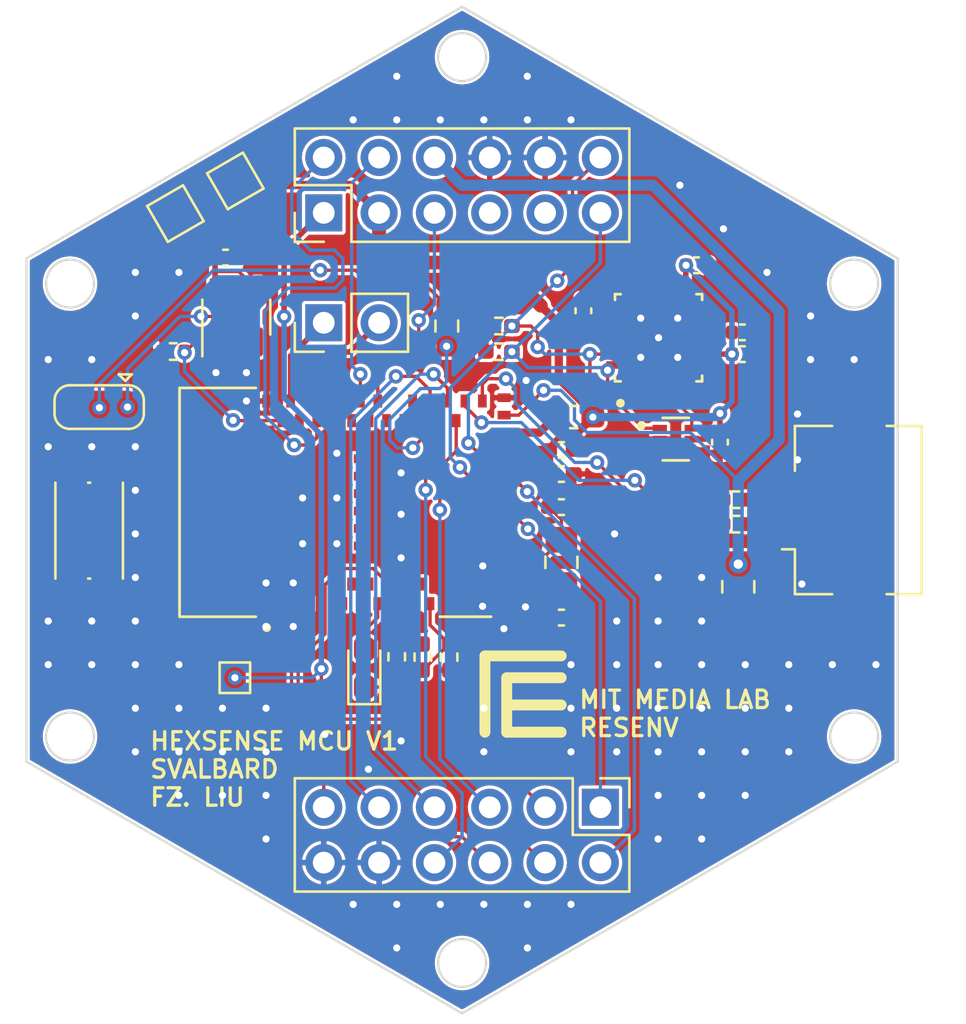
<source format=kicad_pcb>
(kicad_pcb (version 20211014) (generator pcbnew)
  (layers (0 "F.Cu" signal) (31 "B.Cu" signal) (34 "B.Paste" user) (35 "F.Paste" user) (36 "B.SilkS" user "B.Silkscreen") (37 "F.SilkS" user "F.Silkscreen") (38 "B.Mask" user) (39 "F.Mask" user) (44 "Edge.Cuts" user))
  (net 0 "")
  (net 1 "GND")
  (net 2 "VCC")
  (net 3 "Net-(C2-Pad2)")
  (net 4 "Net-(C4-Pad2)")
  (net 5 "Net-(C7-Pad2)")
  (net 6 "Net-(C8-Pad2)")
  (net 7 "+5V")
  (net 8 "Net-(D1-Pad1)")
  (net 9 "/LED1")
  (net 10 "/VBAT")
  (net 11 "/A3")
  (net 12 "/D9")
  (net 13 "/D5")
  (net 14 "/A4")
  (net 15 "/A0")
  (net 16 "/SDA")
  (net 17 "/SCL")
  (net 18 "/A1")
  (net 19 "/MOSI")
  (net 20 "/D11")
  (net 21 "/MISO")
  (net 22 "/D6")
  (net 23 "/SCK")
  (net 24 "/D2")
  (net 25 "/~{CS}")
  (net 26 "/D12")
  (net 27 "Net-(J3-Pad2)")
  (net 28 "Net-(J3-Pad3)")
  (net 30 "/SWDCLK")
  (net 31 "/SWDIO")
  (net 32 "/~{RESET}")
  (net 33 "Net-(JP1-Pad1)")
  (net 34 "Net-(JP1-Pad3)")
  (net 35 "Net-(L1-Pad2)")
  (net 36 "Net-(R3-Pad1)")
  (net 37 "/USB+")
  (net 38 "/USB-")
  (net 39 "/A5")
  (net 40 "/D10")
  (net 41 "/A2")
  (net 57 "/LED2")
  (net 71 "/~{EN}")
  (net 80 "/VBAT_OK")
  (net 82 "/D13")
  (net 85 "/~{I2C_RESET}")
  (footprint "Connector_PinHeader_2.54mm:PinHeader_1x02_P2.54mm_Vertical" (layer "F.Cu") (at 143.81 91.51 90)
    (fp_text reference "J4" hide)
    (fp_text value "Programmer")
  )
  (footprint "Mylib:IC_MPU6050" (layer "F.Cu") (at 159.18 92.1975 90)
    (fp_text reference "U1" hide)
    (fp_text value "MPU6050")
  )
  (footprint "Inductor_SMD:L_0603_1608Metric_Pad1.05x0.95mm_HandSolder" (layer "F.Cu") (at 155.29 95.84 180)
    (fp_text reference "L1" hide)
    (fp_text value "10uH")
  )
  (footprint "Capacitor_SMD:C_0402_1005Metric_Pad0.74x0.62mm_HandSolder" (layer "F.Cu") (at 154.72 97.35 180)
    (fp_text reference "C5" hide)
    (fp_text value "10uF")
  )
  (footprint "Capacitor_SMD:C_0402_1005Metric" (layer "F.Cu") (at 160.92 88.87 180)
    (fp_text reference "C1" hide)
    (fp_text value "0.1uF")
  )
  (footprint "Capacitor_SMD:C_0402_1005Metric_Pad0.74x0.62mm_HandSolder" (layer "F.Cu") (at 154.72 105.04 180)
    (fp_text reference "C2" hide)
    (fp_text value "22pF")
  )
  (footprint "Resistor_SMD:R_0402_1005Metric_Pad0.72x0.64mm_HandSolder" (layer "F.Cu") (at 147.16 106.838621 90)
    (fp_text reference "R11" hide)
    (fp_text value "120")
  )
  (footprint "Resistor_SMD:R_0402_1005Metric_Pad0.72x0.64mm_HandSolder" (layer "F.Cu") (at 162.72 100.75)
    (fp_text reference "R6" hide)
    (fp_text value "27")
  )
  (footprint "TestPoint:TestPoint_Pad_1.0x1.0mm" (layer "F.Cu") (at 139.73 107.8)
    (fp_text reference "TP3" hide)
    (fp_text value "BAT_TP")
  )
  (footprint "LED_SMD:LED_0603_1608Metric_Pad1.05x0.95mm_HandSolder" (layer "F.Cu") (at 145.67 107.353621 90)
    (fp_text reference "D1" hide)
    (fp_text value "RED")
  )
  (footprint "Connector_PinHeader_2.54mm:PinHeader_2x06_P2.54mm_Vertical" (layer "F.Cu") (at 143.81 86.465599 90)
    (fp_text reference "J1" hide)
    (fp_text value "Conn_02x06_Odd_Even" hide)
  )
  (footprint "Resistor_SMD:R_0402_1005Metric_Pad0.72x0.64mm_HandSolder" (layer "F.Cu") (at 151.85 91.66 180)
    (fp_text reference "R2" hide)
    (fp_text value "4.7K")
  )
  (footprint "Capacitor_SMD:C_0805_2012Metric_Pad1.18x1.45mm_HandSolder" (layer "F.Cu") (at 162.84 103.62461 -90)
    (fp_text reference "C9" hide)
    (fp_text value "47uF")
  )
  (footprint "Package_TO_SOT_SMD:SOT-23-8" (layer "F.Cu") (at 139.795 91.25 90)
    (fp_text reference "U3" hide)
    (fp_text value "MAX6372")
  )
  (footprint "Connector_PinHeader_2.54mm:PinHeader_2x06_P2.54mm_Vertical" (layer "F.Cu") (at 156.51 113.743621 -90)
    (fp_text reference "J2" hide)
    (fp_text value "Conn_02x06_Odd_Even")
  )
  (footprint "Resistor_SMD:R_0402_1005Metric" (layer "F.Cu") (at 136.9 92.83 180)
    (fp_text reference "R4" hide)
    (fp_text value "10K")
  )
  (footprint "Capacitor_SMD:C_0805_2012Metric_Pad1.18x1.45mm_HandSolder" (layer "F.Cu") (at 154.72 102.505 -90)
    (fp_text reference "Y1" hide)
    (fp_text value "32.768kHz")
  )
  (footprint "Capacitor_SMD:C_0402_1005Metric" (layer "F.Cu") (at 163.03 92.95 180)
    (fp_text reference "C3" hide)
    (fp_text value "10000pF")
  )
  (footprint "Capacitor_SMD:C_0402_1005Metric" (layer "F.Cu") (at 163.03 91.95 180)
    (fp_text reference "C7" hide)
    (fp_text value "0.1uF")
  )
  (footprint "Resistor_SMD:R_0603_1608Metric_Pad0.98x0.95mm_HandSolder" (layer "F.Cu") (at 149.46 91.66 90)
    (fp_text reference "R3" hide)
    (fp_text value "4.7K")
  )
  (footprint "Mylib:XCVR_MDBT50Q-1MV2" (layer "F.Cu") (at 144.939995 99.749991 90)
    (fp_text reference "U2" hide)
    (fp_text value "MDBT50Q-1MV2")
  )
  (footprint "Capacitor_SMD:C_0402_1005Metric_Pad0.74x0.62mm_HandSolder" (layer "F.Cu") (at 154.72 98.45 180)
    (fp_text reference "C6" hide)
    (fp_text value "10uF")
  )
  (footprint "Button_Switch_SMD:SW_Push_1P1T_NO_CK_KMR2" (layer "F.Cu") (at 133.04 101.048621 90)
    (fp_text reference "SW1" hide)
    (fp_text value "SW_Push")
  )
  (footprint "Capacitor_SMD:C_0402_1005Metric" (layer "F.Cu") (at 139.3 88.52)
    (fp_text reference "C10" hide)
    (fp_text value "0.1uF")
  )
  (footprint "Jumper:SolderJumper-3_P1.3mm_Open_RoundedPad1.0x1.5mm" (layer "F.Cu") (at 133.5 95.378621 180)
    (fp_text reference "JP1" hide)
    (fp_text value "RST Jumper")
  )
  (footprint "TestPoint:TestPoint_Pad_1.5x1.5mm" (layer "F.Cu") (at 137 86.5 30)
    (fp_text reference "TP2" hide)
    (fp_text value "GND_TP")
  )
  (footprint "Capacitor_SMD:C_0402_1005Metric" (layer "F.Cu") (at 162 96.99 -90)
    (fp_text reference "C11" hide)
    (fp_text value "0.1uF")
  )
  (footprint "Resistor_SMD:R_0402_1005Metric_Pad0.72x0.64mm_HandSolder" (layer "F.Cu") (at 162.72 99.63)
    (fp_text reference "R5" hide)
    (fp_text value "27")
  )
  (footprint "Capacitor_SMD:C_0402_1005Metric" (layer "F.Cu") (at 155.73 90.96 -90)
    (fp_text reference "C8" hide)
    (fp_text value "2200pF")
  )
  (footprint "Resistor_SMD:R_0402_1005Metric_Pad0.72x0.64mm_HandSolder" (layer "F.Cu") (at 151.85 92.84 180)
    (fp_text reference "R1" hide)
    (fp_text value "4.7K")
  )
  (footprint "TestPoint:TestPoint_Pad_1.5x1.5mm" (layer "F.Cu") (at 139.75 85 30)
    (fp_text reference "TP1" hide)
    (fp_text value "VCC_TP")
  )
  (footprint "Capacitor_SMD:C_0402_1005Metric_Pad0.74x0.62mm_HandSolder" (layer "F.Cu") (at 154.72 99.97 180)
    (fp_text reference "C4" hide)
    (fp_text value "22pF")
  )
  (footprint "Resistor_SMD:R_0402_1005Metric_Pad0.72x0.64mm_HandSolder" (layer "F.Cu") (at 149.564 106.8525 -90)
    (fp_text reference "R8" hide)
    (fp_text value "499K")
  )
  (footprint "Resistor_SMD:R_0402_1005Metric_Pad0.72x0.64mm_HandSolder" (layer "F.Cu") (at 148.36 106.8525 -90)
    (fp_text reference "R7" hide)
    (fp_text value "499K")
  )
  (footprint "Connector_USB:USB_Micro-B_Amphenol_10104110_Horizontal" (layer "F.Cu") (at 167.1 100.10461 90)
    (fp_text reference "J3" hide)
    (fp_text value "USB_B_Micro")
  )
  (footprint "Mylib:SOT50P160X60-6N" (layer "F.Cu") (at 159.97 96.85)
    (fp_text reference "IC1" hide)
    (fp_text value "TMP112NAIDRLR")
  )
  (gr_line (start 154.71 106.798621) (end 151.21 106.798621) (layer "F.SilkS") (width 0.5))
  (gr_line (start 152.21 109.048621) (end 154.71 109.048621) (layer "F.SilkS") (width 0.5))
  (gr_line (start 152.21 107.798621) (end 152.21 110.298621) (layer "F.SilkS") (width 0.5))
  (gr_line (start 152.21 110.298621) (end 154.71 110.298621) (layer "F.SilkS") (width 0.5))
  (gr_line (start 151.21 106.798621) (end 151.21 110.298621) (layer "F.SilkS") (width 0.5))
  (gr_line (start 154.71 107.798621) (end 152.21 107.798621) (layer "F.SilkS") (width 0.5))
  (gr_line (start 130.16 88.557605) (end 130.16 111.651615) (layer "Edge.Cuts") (width 0.1))
  (gr_circle (center 168.16 110.496915) (end 169.26 110.496915) (layer "Edge.Cuts") (width 0.1) (fill none))
  (gr_line (start 130.16 111.651615) (end 150.16 123.198621) (layer "Edge.Cuts") (width 0.1))
  (gr_circle (center 168.16 89.712305) (end 169.26 89.712305) (layer "Edge.Cuts") (width 0.1) (fill none))
  (gr_circle (center 132.16 89.712305) (end 133.26 89.712305) (layer "Edge.Cuts") (width 0.1) (fill none))
  (gr_line (start 150.16 77.010599) (end 130.16 88.557605) (layer "Edge.Cuts") (width 0.1))
  (gr_line (start 170.16 88.557605) (end 150.16 77.010599) (layer "Edge.Cuts") (width 0.1))
  (gr_circle (center 150.16 79.32) (end 151.26 79.32) (layer "Edge.Cuts") (width 0.1) (fill none))
  (gr_circle (center 150.16 120.88922) (end 151.26 120.88922) (layer "Edge.Cuts") (width 0.1) (fill none))
  (gr_line (start 170.16 111.651615) (end 170.16 88.557605) (layer "Edge.Cuts") (width 0.1))
  (gr_line (start 150.16 123.198621) (end 170.16 111.651615) (layer "Edge.Cuts") (width 0.1))
  (gr_circle (center 132.16 110.496915) (end 133.26 110.496915) (layer "Edge.Cuts") (width 0.1) (fill none))
  (gr_text "HEXSENSE MCU V1\nSVALBARD\nFZ. LIU" (at 135.76 111.998621) (layer "F.SilkS") (effects (font (size 0.8 0.8)) (justify left)))
  (gr_text "MIT MEDIA LAB\nRESENV" (at 155.46 109.448621) (layer "F.SilkS") (effects (font (size 0.8 0.8)) (justify left)))
  (segment (start 161.155 92.4475) (end 159.43 92.4475) (width 0.254) (layer "F.Cu") (net 1))
  (segment (start 160.208879 91.4475) (end 160.06 91.298621) (width 0.254) (layer "F.Cu") (net 1))
  (segment (start 159.43 92.4475) (end 159.18 92.1975) (width 0.254) (layer "F.Cu") (net 1))
  (segment (start 161.155 91.4475) (end 160.208879 91.4475) (width 0.254) (layer "F.Cu") (net 1))
  (via (at 135.16 107.198621) (size 0.6604) (drill 0.3302) (layers "F.Cu" "B.Cu") (net 1))
  (via (at 159.16 111.198621) (size 0.6604) (drill 0.3302) (layers "F.Cu" "B.Cu") (net 1))
  (via (at 153.07 104.548621) (size 0.6604) (drill 0.3302) (layers "F.Cu" "B.Cu") (net 1))
  (via (at 159.18 92.1975) (size 0.6604) (drill 0.3302) (layers "F.Cu" "B.Cu") (net 1))
  (via (at 144.41 97.498621) (size 0.6604) (drill 0.3302) (layers "F.Cu" "B.Cu") (net 1))
  (via (at 135.16 101.198621) (size 0.6604) (drill 0.3302) (layers "F.Cu" "B.Cu") (net 1))
  (via (at 151.16 82.198621) (size 0.6604) (drill 0.3302) (layers "F.Cu" "B.Cu") (net 1))
  (via (at 159.16 107.198621) (size 0.6604) (drill 0.3302) (layers "F.Cu" "B.Cu") (net 1))
  (via (at 133.16 107.198621) (size 0.6604) (drill 0.3302) (layers "F.Cu" "B.Cu") (net 1))
  (via (at 161.16 109.198621) (size 0.6604) (drill 0.3302) (layers "F.Cu" "B.Cu") (net 1))
  (via (at 149.16 118.198621) (size 0.6604) (drill 0.3302) (layers "F.Cu" "B.Cu") (net 1))
  (via (at 142.41 103.448621) (size 0.6604) (drill 0.3302) (layers "F.Cu" "B.Cu") (net 1))
  (via (at 163.16 107.198621) (size 0.6604) (drill 0.3302) (layers "F.Cu" "B.Cu") (net 1))
  (via (at 139.16 109.198621) (size 0.6604) (drill 0.3302) (layers "F.Cu" "B.Cu") (net 1))
  (via (at 133.16 93.198621) (size 0.6604) (drill 0.3302) (layers "F.Cu" "B.Cu") (net 1))
  (via (at 157.16 101.198621) (size 0.6604) (drill 0.3302) (layers "F.Cu" "B.Cu") (net 1))
  (via (at 163.16 113.198621) (size 0.6604) (drill 0.3302) (layers "F.Cu" "B.Cu") (net 1))
  (via (at 157.26 107.198621) (size 0.6604) (drill 0.3302) (layers "F.Cu" "B.Cu") (net 1))
  (via (at 158.36 93.098621) (size 0.6604) (drill 0.3302) (layers "F.Cu" "B.Cu") (net 1))
  (via (at 163.16 111.198621) (size 0.6604) (drill 0.3302) (layers "F.Cu" "B.Cu") (net 1))
  (via (at 163.16 109.198621) (size 0.6604) (drill 0.3302) (layers "F.Cu" "B.Cu") (net 1))
  (via (at 155.16 107.198621) (size 0.6604) (drill 0.3302) (layers "F.Cu" "B.Cu") (net 1))
  (via (at 147.36 110.698621) (size 0.6604) (drill 0.3302) (layers "F.Cu" "B.Cu") (net 1))
  (via (at 143.86 110.398621) (size 0.6604) (drill 0.3302) (layers "F.Cu" "B.Cu") (net 1))
  (via (at 152.08 105.548621) (size 0.6604) (drill 0.3302) (layers "F.Cu" "B.Cu") (net 1))
  (via (at 147.36 98.398621) (size 0.6604) (drill 0.3302) (layers "F.Cu" "B.Cu") (net 1))
  (via (at 161.16 107.198621) (size 0.6604) (drill 0.3302) (layers "F.Cu" "B.Cu") (net 1))
  (via (at 159.16 115.198621) (size 0.6604) (drill 0.3302) (layers "F.Cu" "B.Cu") (net 1))
  (via (at 155.16 118.198621) (size 0.6604) (drill 0.3302) (layers "F.Cu" "B.Cu") (net 1))
  (via (at 135.16 105.198621) (size 0.6604) (drill 0.3302) (layers "F.Cu" "B.Cu") (net 1))
  (via (at 153.1543 80.19862) (size 0.6604) (drill 0.3302) (layers "F.Cu" "B.Cu") (net 1))
  (via (at 165.16 111.198621) (size 0.6604) (drill 0.3302) (layers "F.Cu" "B.Cu") (net 1))
  (via (at 131.16 107.198621) (size 0.6604) (drill 0.3302) (layers "F.Cu" "B.Cu") (net 1))
  (via (at 149.16 82.198621) (size 0.6604) (drill 0.3302) (layers "F.Cu" "B.Cu") (net 1))
  (via (at 141.16 103.448621) (size 0.6604) (drill 0.3302) (layers "F.Cu" "B.Cu") (net 1))
  (via (at 159.16 103.198621) (size 0.6604) (drill 0.3302) (layers "F.Cu" "B.Cu") (net 1))
  (via (at 160.06 91.298621) (size 0.6604) (drill 0.3302) (layers "F.Cu" "B.Cu") (net 1))
  (via (at 140.26 95.098621) (size 0.6604) (drill 0.3302) (layers "F.Cu" "B.Cu") (net 1))
  (via (at 151.16 109.198621) (size 0.6604) (drill 0.3302) (layers "F.Cu" "B.Cu") (net 1))
  (via (at 141.16 111.198621) (size 0.6604) (drill 0.3302) (layers "F.Cu" "B.Cu") (net 1))
  (via (at 153.1 94.158621) (size 0.6604) (drill 0.3302) (layers "F.Cu" "B.Cu") (net 1))
  (via (at 165.16 109.198621) (size 0.6604) (drill 0.3302) (layers "F.Cu" "B.Cu") (net 1))
  (via (at 147.16 118.198621) (size 0.6604) (drill 0.3302) (layers "F.Cu" "B.Cu") (net 1))
  (via (at 169.16 107.198621) (size 0.6604) (drill 0.3302) (layers "F.Cu" "B.Cu") (net 1))
  (via (at 137.16 113.198621) (size 0.6604) (drill 0.3302) (layers "F.Cu" "B.Cu") (net 1))
  (via (at 147.36 100.298621) (size 0.6604) (drill 0.3302) (layers "F.Cu" "B.Cu") (net 1))
  (via (at 135.16 111.198621) (size 0.6604) (drill 0.3302) (layers "F.Cu" "B.Cu") (net 1))
  (via (at 131.16 105.198621) (size 0.6604) (drill 0.3302) (layers "F.Cu" "B.Cu") (net 1))
  (via (at 142.84 101.648621) (size 0.6604) (drill 0.3302) (layers "F.Cu" "B.Cu") (net 1))
  (via (at 147.16 80.198621) (size 0.6604) (drill 0.3302) (layers "F.Cu" "B.Cu") (net 1))
  (via (at 137.16 111.198621) (size 0.6604) (drill 0.3302) (layers "F.Cu" "B.Cu") (net 1))
  (via (at 158.36 91.298621) (size 0.6604) (drill 0.3302) (layers "F.Cu" "B.Cu") (net 1))
  (via (at 142.41 105.448621) (size 0.6604) (drill 0.3302) (layers "F.Cu" "B.Cu") (net 1))
  (via (at 155.16 111.198621) (size 0.6604) (drill 0.3302) (layers "F.Cu" "B.Cu") (net 1))
  (via (at 161.16 103.198621) (size 0.6604) (drill 0.3302) (layers "F.Cu" "B.Cu") (net 1))
  (via (at 157.26 109.198621) (size 0.6604) (drill 0.3302) (layers "F.Cu" "B.Cu") (net 1))
  (via (at 161.16 115.198621) (size 0.6604) (drill 0.3302) (layers "F.Cu" "B.Cu") (net 1))
  (via (at 160.06 93.098621) (size 0.6604) (drill 0.3302) (layers "F.Cu" "B.Cu") (net 1))
  (via (at 144.41 99.548621) (size 0.6604) (drill 0.3302) (layers "F.Cu" "B.Cu") (net 1))
  (via (at 159.16 105.198621) (size 0.6604) (drill 0.3302) (layers "F.Cu" "B.Cu") (net 1))
  (via (at 153.16 120.198621) (size 0.6604) (drill 0.3302) (layers "F.Cu" "B.Cu") (net 1))
  (via (at 159.16 109.198621) (size 0.6604) (drill 0.3302) (layers "F.Cu" "B.Cu") (net 1))
  (via (at 133.16 105.198621) (size 0.6604) (drill 0.3302) (layers "F.Cu" "B.Cu") (net 1))
  (via (at 167.16 107.198621) (size 0.6604) (drill 0.3302) (layers "F.Cu" "B.Cu") (net 1))
  (via (at 166.16 93.198621) (size 0.6604) (drill 0.3302) (layers "F.Cu" "B.Cu") (net 1))
  (via (at 135.16 89.198621) (size 0.6604) (drill 0.3302) (layers "F.Cu" "B.Cu") (net 1))
  (via (at 147.36 102.298621) (size 0.6604) (drill 0.3302) (layers "F.Cu" "B.Cu") (net 1))
  (via (at 144.41 101.648621) (size 0.6604) (drill 0.3302) (layers "F.Cu" "B.Cu") (net 1))
  (via (at 131.16 97.198621) (size 0.6604) (drill 0.3302) (layers "F.Cu" "B.Cu") (net 1))
  (via (at 141.16 115.198621) (size 0.6604) (drill 0.3302) (layers "F.Cu" "B.Cu") (net 1))
  (via (at 153.16 118.198621) (size 0.6604) (drill 0.3302) (layers "F.Cu" "B.Cu") (net 1))
  (via (at 137.16 109.198621) (size 0.6604) (drill 0.3302) (layers "F.Cu" "B.Cu") (net 1))
  (via (at 151.1 104.518621) (size 0.6604) (drill 0.3302) (layers "F.Cu" "B.Cu") (net 1))
  (via (at 159.16 113.198621) (size 0.6604) (drill 0.3302) (layers "F.Cu" "B.Cu") (net 1))
  (via (at 168.16 93.198621) (size 0.6604) (drill 0.3302) (layers "F.Cu" "B.Cu") (net 1))
  (via (at 151.16 111.198621) (size 0.6604) (drill 0.3302) (layers "F.Cu" "B.Cu") (net 1))
  (via (at 141.16 109.198621) (size 0.6604) (drill 0.3302) (layers "F.Cu" "B.Cu") (net 1))
  (via (at 147.16 120.198621) (size 0.6604) (drill 0.3302) (layers "F.Cu" "B.Cu") (net 1))
  (via (at 164.16 89.198621) (size 0.6604) (drill 0.3302) (layers "F.Cu" "B.Cu") (net 1))
  (via (at 151.16 118.198621) (size 0.6604) (drill 0.3302) (layers "F.Cu" "B.Cu") (net 1))
  (via (at 131.16 93.198621) (size 0.6604) (drill 0.3302) (layers "F.Cu" "B.Cu") (net 1))
  (via (at 165.56 95.698621) (size 0.6604) (drill 0.3302) (layers "F.Cu" "B.Cu") (net 1))
  (via (at 145.16 82.198621) (size 0.6604) (drill 0.3302) (layers "F.Cu" "B.Cu") (net 1))
  (via (at 145.16 118.198621) (size 0.6604) (drill 0.3302) (layers "F.Cu" "B.Cu") (net 1))
  (via (at 151.11 102.668621) (size 0.6604) (drill 0.3302) (layers "F.Cu" "B.Cu") (net 1))
  (via (at 137.16 107.198621) (size 0.6604) (drill 0.3302) (layers "F.Cu" "B.Cu") (net 1))
  (via (at 162.16 87.198621) (size 0.6604) (drill 0.3302) (layers "F.Cu" "B.Cu") (net 1))
  (via (at 135.16 91.198621) (size 0.6604) (drill 0.3302) (layers "F.Cu" "B.Cu") (net 1))
  (via (at 161.16 111.198621) (size 0.6604) (drill 0.3302) (layers "F.Cu" "B.Cu") (net 1))
  (via (at 166.16 91.198621) (size 0.6604) (drill 0.3302) (layers "F.Cu" "B.Cu") (net 1))
  (via (at 139.16 113.198621) (size 0.6604) (drill 0.3302) (layers "F.Cu" "B.Cu") (net 1))
  (via (at 141.16 105.448621) (size 0.6604) (drill 0.3302) (layers "F.Cu" "B.Cu") (net 1))
  (via (at 165.76 103.498621) (size 0.6604) (drill 0.3302) (layers "F.Cu" "B.Cu") (net 1))
  (via (at 145.86 111.998621) (size 0.6604) (drill 0.3302) (layers "F.Cu" "B.Cu") (net 1))
  (via (at 137.16 89.198621) (size 0.6604) (drill 0.3302) (layers "F.Cu" "B.Cu") (net 1))
  (via (at 157.26 105.198621) (size 0.6604) (drill 0.3302) (layers "F.Cu" "B.Cu") (net 1))
  (via (at 135.16 99.198621) (size 0.6604) (drill 0.3302) (layers "F.Cu" "B.Cu") (net 1))
  (via (at 155.16 109.198621) (size 0.6604) (drill 0.3302) (layers "F.Cu" "B.Cu") (net 1))
  (via (at 135.16 109.198621) (size 0.6604) (drill 0.3302) (layers "F.Cu" "B.Cu") (net 1))
  (via (at 140.26 93.798621) (size 0.6604) (drill 0.3302) (layers "F.Cu" "B.Cu") (net 1))
  (via (at 153.16 82.198621) (size 0.6604) (drill 0.3302) (layers "F.Cu" "B.Cu") (net 1))
  (via (at 135.16 97.198621) (size 0.6604) (drill 0.3302) (layers "F.Cu" "B.Cu") (net 1))
  (via (at 165.56 97.798621) (size 0.6604) (drill 0.3302) (layers "F.Cu" "B.Cu") (net 1))
  (via (at 142.84 99.548621) (size 0.6604) (drill 0.3302) (layers "F.Cu" "B.Cu") (net 1))
  (via (at 135.16 103.198621) (size 0.6604) (drill 0.3302) (layers "F.Cu" "B.Cu") (net 1))
  (via (at 138.86 93.798621) (size 0.6604) (drill 0.3302) (layers "F.Cu" "B.Cu") (net 1))
  (via (at 155.16 82.198621) (size 0.6604) (drill 0.3302) (layers "F.Cu" "B.Cu") (net 1))
  (via (at 147.16 82.198621) (size 0.6604) (drill 0.3302) (layers "F.Cu" "B.Cu") (net 1))
  (via (at 157.26 111.198621) (size 0.6604) (drill 0.3302) (layers "F.Cu" "B.Cu") (net 1))
  (via (at 139.16 111.198621) (size 0.6604) (drill 0.3302) (layers "F.Cu" "B.Cu") (net 1))
  (via (at 165.16 107.198621) (size 0.6604) (drill 0.3302) (layers "F.Cu" "B.Cu") (net 1))
  (via (at 141.16 113.198621) (size 0.6604) (drill 0.3302) (layers "F.Cu" "B.Cu") (net 1))
  (via (at 133.16 97.198621) (size 0.6604) (drill 0.3302) (layers "F.Cu" "B.Cu") (net 1))
  (via (at 161.16 113.198621) (size 0.6604) (drill 0.3302) (layers "F.Cu" "B.Cu") (net 1))
  (via (at 160.16 85.198621) (size 0.6604) (drill 0.3302) (layers "F.Cu" "B.Cu") (net 1))
  (via (at 161.16 105.198621) (size 0.6604) (drill 0.3302) (layers "F.Cu" "B.Cu") (net 1))
  (segment (start 154.6 91.55) (end 154.03 90.98) (width 0.381) (layer "F.Cu") (net 2))
  (segment (start 139.938621 85.188621) (end 139.75 85) (width 0.381) (layer "F.Cu") (net 2))
  (segment (start 151.798621 88.748621) (end 147.32 88.748621) (width 0.635) (layer "F.Cu") (net 2))
  (segment (start 154.1525 98.45) (end 154.1525 97.35) (width 0.381) (layer "F.Cu") (net 2))
  (segment (start 138.82 87.968621) (end 139.75 87.038621) (width 0.254) (layer "F.Cu") (net 2))
  (segment (start 154.6 91.94) (end 154.6 91.55) (width 0.381) (layer "F.Cu") (net 2))
  (segment (start 153.33 90.28) (end 151.798621 88.748621) (width 0.635) (layer "F.Cu") (net 2))
  (segment (start 156.165 95.84) (end 156.165 95.635) (width 0.381) (layer "F.Cu") (net 2))
  (segment (start 154.03 90.98) (end 153.779311 90.72931) (width 0.381) (layer "F.Cu") (net 2))
  (segment (start 152.96 90.998621) (end 153.504311 90.45431) (width 0.254) (layer "F.Cu") (net 2))
  (segment (start 154.1525 97.3075) (end 154.79 96.67) (width 0.381) (layer "F.Cu") (net 2))
  (segment (start 156.165 95.635) (end 154.69 94.16) (width 0.381) (layer "F.Cu") (net 2))
  (segment (start 153.779311 90.72931) (end 153.504311 90.45431) (width 0.635) (layer "F.Cu") (net 2))
  (segment (start 147.32 88.748621) (end 146.35 87.778621) (width 0.635) (layer "F.Cu") (net 2))
  (segment (start 140.77 90.1125) (end 140.12 90.1125) (width 0.1524) (layer "F.Cu") (net 2))
  (segment (start 160.430007 90.197508) (end 160.430007 88.88001) (width 0.254) (layer "F.Cu") (net 2))
  (segment (start 138.82 90.1125) (end 138.82 89.22) (width 0.254) (layer "F.Cu") (net 2))
  (segment (start 151.2525 91.66) (end 151.913879 90.998621) (width 0.254) (layer "F.Cu") (net 2))
  (segment (start 139.91 89.16) (end 138.88 89.16) (width 0.1524) (layer "F.Cu") (net 2))
  (segment (start 140.12 90.1125) (end 140.12 89.37) (width 0.1524) (layer "F.Cu") (net 2))
  (segment (start 139.75 87.038621) (end 139.75 85) (width 0.254) (layer "F.Cu") (net 2))
  (segment (start 138.88 89.16) (end 138.82 89.22) (width 0.1524) (layer "F.Cu") (net 2))
  (segment (start 153.504311 90.45431) (end 153.33 90.28) (width 0.635) (layer "F.Cu") (net 2))
  (segment (start 151.913879 90.998621) (end 152.96 90.998621) (width 0.254) (layer "F.Cu") (net 2))
  (segment (start 160.705 96.85) (end 161.66 96.85) (width 0.254) (layer "F.Cu") (net 2))
  (segment (start 154.1525 97.35) (end 154.1525 97.3075) (width 0.381) (layer "F.Cu") (net 2))
  (segment (start 146.35 87.778621) (end 146.35 86.385599) (width 0.635) (layer "F.Cu") (net 2))
  (segment (start 140.12 89.37) (end 139.91 89.16) (width 0.1524) (layer "F.Cu") (net 2))
  (segment (start 152.089993 98.149994) (end 152.089993 97.349996) (width 0.381) (layer "F.Cu") (net 2))
  (segment (start 160.43 88.88) (end 160.44 88.87) (width 0.254) (layer "F.Cu") (net 2))
  (segment (start 140.77 92.3875) (end 140.77 90.1125) (width 0.1524) (layer "F.Cu") (net 2))
  (segment (start 151.2525 92.84) (end 151.2525 91.66) (width 0.254) (layer "F.Cu") (net 2))
  (segment (start 154.69 94.16) (end 154.6 94.07) (width 0.381) (layer "F.Cu") (net 2))
  (segment (start 162.5475 92.9475) (end 162.55 92.95) (width 0.254) (layer "F.Cu") (net 2))
  (segment (start 161.66 96.85) (end 162 96.51) (width 0.254) (layer "F.Cu") (net 2))
  (segment (start 162 96.51) (end 162 95.668621) (width 0.254) (layer "F.Cu") (net 2))
  (segment (start 138.82 88.52) (end 138.82 87.968621) (width 0.254) (layer "F.Cu") (net 2))
  (segment (start 154.6 94.07) (end 154.6 91.94) (width 0.381) (layer "F.Cu") (net 2))
  (segment (start 161.155 92.9475) (end 162.5475 92.9475) (width 0.254) (layer "F.Cu") (net 2))
  (segment (start 152.09 97.35) (end 154.1525 97.35) (width 0.381) (layer "F.Cu") (net 2))
  (segment (start 138.82 89.22) (end 138.82 88.52) (width 0.254) (layer "F.Cu") (net 2))
  (segment (start 155.335 96.67) (end 156.165 95.84) (width 0.381) (layer "F.Cu") (net 2))
  (segment (start 154.79 96.67) (end 155.335 96.67) (width 0.381) (layer "F.Cu") (net 2))
  (segment (start 145.065 85.188621) (end 139.938621 85.188621) (width 0.381) (layer "F.Cu") (net 2))
  (segment (start 146.35 86.473621) (end 145.065 85.188621) (width 0.381) (layer "F.Cu") (net 2))
  (via (at 162 95.668621) (size 0.6604) (drill 0.3302) (layers "F.Cu" "B.Cu") (net 2))
  (via (at 160.44 88.87) (size 0.6604) (drill 0.3302) (layers "F.Cu" "B.Cu") (net 2))
  (via (at 156.165 95.84) (size 0.6604) (drill 0.3302) (layers "F.Cu" "B.Cu") (net 2))
  (via (at 162.547503 92.94749) (size 0.6604) (drill 0.3302) (layers "F.Cu" "B.Cu") (net 2))
  (segment (start 162.547503 90.977503) (end 162.547503 92.94749) (width 0.254) (layer "B.Cu") (net 2))
  (segment (start 161.828621 95.84) (end 162 95.668621) (width 0.381) (layer "B.Cu") (net 2))
  (segment (start 162 95.668621) (end 162.547503 95.121118) (width 0.254) (layer "B.Cu") (net 2))
  (segment (start 156.165 95.84) (end 161.828621 95.84) (width 0.381) (layer "B.Cu") (net 2))
  (segment (start 162.547503 95.121118) (end 162.547503 92.94749) (width 0.254) (layer "B.Cu") (net 2))
  (segment (start 160.44 88.87) (end 162.547503 90.977503) (width 0.254) (layer "B.Cu") (net 2))
  (segment (start 154.72 103.5425) (end 154.72 104.4725) (width 0.1524) (layer "F.Cu") (net 3))
  (segment (start 152.09 102.95) (end 154.1275 102.95) (width 0.1524) (layer "F.Cu") (net 3))
  (segment (start 154.72 104.4725) (end 154.1525 105.04) (width 0.1524) (layer "F.Cu") (net 3))
  (segment (start 154.1275 102.95) (end 154.72 103.5425) (width 0.1524) (layer "F.Cu") (net 3))
  (segment (start 152.09 102.15) (end 154.0375 102.15) (width 0.1524) (layer "F.Cu") (net 4))
  (segment (start 154.0375 102.15) (end 154.72 101.4675) (width 0.1524) (layer "F.Cu") (net 4))
  (segment (start 154.72 101.4675) (end 154.72 100.5375) (width 0.1524) (layer "F.Cu") (net 4))
  (segment (start 154.72 100.5375) (end 154.1525 99.97) (width 0.1524) (layer "F.Cu") (net 4))
  (segment (start 161.155 91.9475) (end 162.5475 91.9475) (width 0.254) (layer "F.Cu") (net 5))
  (segment (start 162.5475 91.9475) (end 162.55 91.95) (width 0.254) (layer "F.Cu") (net 5))
  (segment (start 157.205 91.4475) (end 155.7375 91.4475) (width 0.254) (layer "F.Cu") (net 6))
  (segment (start 155.7375 91.4475) (end 155.73 91.44) (width 0.254) (layer "F.Cu") (net 6))
  (segment (start 152.09 95.75) (end 152.76 95.75) (width 0.1524) (layer "F.Cu") (net 7))
  (segment (start 165.55 101.40461) (end 165.27539 101.40461) (width 0.508) (layer "F.Cu") (net 7))
  (segment (start 162.877119 102.550011) (end 164.129999 102.550011) (width 0.508) (layer "F.Cu") (net 7))
  (segment (start 165.27539 101.40461) (end 164.34 102.34) (width 0.508) (layer "F.Cu") (net 7))
  (segment (start 164.34 102.34) (end 164.13 102.55) (width 0.508) (layer "F.Cu") (net 7))
  (segment (start 162.84 102.58711) (end 162.87711 102.55) (width 0.762) (layer "F.Cu") (net 7))
  (segment (start 152.76 95.75) (end 153.9 94.61) (width 0.1524) (layer "F.Cu") (net 7))
  (via (at 162.84001 102.58712) (size 0.8636) (drill 0.4318) (layers "F.Cu" "B.Cu") (net 7))
  (via (at 153.9 94.61) (size 0.6604) (drill 0.3302) (layers "F.Cu" "B.Cu") (net 7))
  (segment (start 153.9 94.61) (end 154.701379 94.61) (width 0.1524) (layer "B.Cu") (net 7))
  (segment (start 158.922284 85.198621) (end 159.191142 85.467479) (width 0.508) (layer "B.Cu") (net 7))
  (segment (start 155.32 95.968621) (end 155.9 96.548621) (width 0.1524) (layer "B.Cu") (net 7))
  (segment (start 164.72 96.868621) (end 164.72 90.996338) (width 0.508) (layer "B.Cu") (net 7))
  (segment (start 160.64002 96.548621) (end 162.84001 98.748611) (width 0.1524) (layer "B.Cu") (net 7))
  (segment (start 154.701379 94.61) (end 155.32 95.228621) (width 0.1524) (layer "B.Cu") (net 7))
  (segment (start 155.9 96.548621) (end 160.64002 96.548621) (width 0.1524) (layer "B.Cu") (net 7))
  (segment (start 150.155 85.198621) (end 158.922284 85.198621) (width 0.508) (layer "B.Cu") (net 7))
  (segment (start 148.89 83.933621) (end 150.155 85.198621) (width 0.508) (layer "B.Cu") (net 7))
  (segment (start 162.84001 102.58712) (end 162.84001 98.748611) (width 0.508) (layer "B.Cu") (net 7))
  (segment (start 155.32 95.228621) (end 155.32 95.968621) (width 0.1524) (layer "B.Cu") (net 7))
  (segment (start 162.84001 98.748611) (end 164.72 96.868621) (width 0.508) (layer "B.Cu") (net 7))
  (segment (start 164.72 90.996338) (end 159.191142 85.467479) (width 0.508) (layer "B.Cu") (net 7))
  (segment (start 146.3675 108.228621) (end 147.16 107.436121) (width 0.1524) (layer "F.Cu") (net 8))
  (segment (start 145.67 108.228621) (end 146.3675 108.228621) (width 0.1524) (layer "F.Cu") (net 8))
  (segment (start 145.67 105.648621) (end 146.289995 105.028626) (width 0.1524) (layer "F.Cu") (net 9))
  (segment (start 145.67 106.478621) (end 145.67 105.648621) (width 0.1524) (layer "F.Cu") (net 9))
  (segment (start 146.289995 105.028626) (end 146.289995 104.399991) (width 0.1524) (layer "F.Cu") (net 9))
  (segment (start 144.65 109.698621) (end 143.7 108.748621) (width 0.1524) (layer "F.Cu") (net 10))
  (segment (start 146.84 109.698621) (end 147.77 108.768621) (width 0.1524) (layer "F.Cu") (net 10))
  (segment (start 143.7 108.748621) (end 143.7 107.39) (width 0.1524) (layer "F.Cu") (net 10))
  (segment (start 146.54 109.698621) (end 144.65 109.698621) (width 0.1524) (layer "F.Cu") (net 10))
  (segment (start 141.99 88.205599) (end 143.81 86.385599) (width 0.254) (layer "F.Cu") (net 10))
  (segment (start 146.54 109.698621) (end 146.84 109.698621) (width 0.1524) (layer "F.Cu") (net 10))
  (segment (start 148.36 106.255) (end 147.77 106.845) (width 0.1524) (layer "F.Cu") (net 10))
  (segment (start 141.99 91.228621) (end 141.99 88.205599) (width 0.254) (layer "F.Cu") (net 10))
  (segment (start 147.77 106.845) (end 147.77 108.768621) (width 0.1524) (layer "F.Cu") (net 10))
  (via (at 139.73 107.8) (size 0.6604) (drill 0.3302) (layers "F.Cu" "B.Cu") (net 10))
  (via (at 141.99 91.228621) (size 0.6604) (drill 0.3302) (layers "F.Cu" "B.Cu") (net 10))
  (via (at 143.7 107.39) (size 0.6604) (drill 0.3302) (layers "F.Cu" "B.Cu") (net 10))
  (segment (start 143.29 107.8) (end 139.73 107.8) (width 0.1524) (layer "B.Cu") (net 10))
  (segment (start 143.7 107.39) (end 143.7 96.66) (width 0.254) (layer "B.Cu") (net 10))
  (segment (start 141.99 91.228621) (end 141.99 94.950001) (width 0.254) (layer "B.Cu") (net 10))
  (segment (start 143.7 107.39) (end 143.29 107.8) (width 0.1524) (layer "B.Cu") (net 10))
  (segment (start 143.7 96.66) (end 142.40431 95.364311) (width 0.254) (layer "B.Cu") (net 10))
  (segment (start 141.99 94.950001) (end 142.40431 95.364311) (width 0.254) (layer "B.Cu") (net 10))
  (segment (start 151.169991 97.749991) (end 150.45 97.03) (width 0.1524) (layer "F.Cu") (net 16))
  (segment (start 160.01 95.168621) (end 160.705 95.863621) (width 0.1524) (layer "F.Cu") (net 16))
  (segment (start 160.705 95.863621) (end 160.705 96.35) (width 0.1524) (layer "F.Cu") (net 16))
  (segment (start 151.189995 97.749991) (end 151.169991 97.749991) (width 0.1524) (layer "F.Cu") (net 16))
  (segment (start 156.84 93.688621) (end 156.84 94.268621) (width 0.1524) (layer "F.Cu") (net 16))
  (segment (start 156.84 94.268621) (end 157.74 95.168621) (width 0.1524) (layer "F.Cu") (net 16))
  (segment (start 157.74 95.168621) (end 160.01 95.168621) (width 0.1524) (layer "F.Cu") (net 16))
  (via (at 152.4475 92.84) (size 0.6604) (drill 0.3302) (layers "F.Cu" "B.Cu") (net 16))
  (via (at 156.84 93.688621) (size 0.6604) (drill 0.3302) (layers "F.Cu" "B.Cu") (net 16))
  (via (at 150.45 97.03) (size 0.6604) (drill 0.3302) (layers "F.Cu" "B.Cu") (net 16))
  (segment (start 156.51 88.7775) (end 156.51 86.385599) (width 0.1524) (layer "B.Cu") (net 16))
  (segment (start 150.45 94.8375) (end 152.4475 92.84) (width 0.1524) (layer "B.Cu") (net 16))
  (segment (start 152.4475 92.84) (end 153.176121 93.568621) (width 0.1524) (layer "B.Cu") (net 16))
  (segment (start 156.72 93.568621) (end 156.84 93.688621) (width 0.1524) (layer "B.Cu") (net 16))
  (segment (start 153.176121 93.568621) (end 156.72 93.568621) (width 0.1524) (layer "B.Cu") (net 16))
  (segment (start 152.4475 92.84) (end 156.51 88.7775) (width 0.1524) (layer "B.Cu") (net 16))
  (segment (start 150.45 97.03) (end 150.45 94.8375) (width 0.1524) (layer "B.Cu") (net 16))
  (segment (start 155.23 88.88) (end 155.23 85.213621) (width 0.1524) (layer "F.Cu") (net 17))
  (segment (start 157.2025 92.95) (end 157.205 92.9475) (width 0.1524) (layer "F.Cu") (net 17))
  (segment (start 158.481379 96.35) (end 159.235 96.35) (width 0.1524) (layer "F.Cu") (net 17))
  (segment (start 154.53 89.58) (end 155.23 88.88) (width 0.1524) (layer "F.Cu") (net 17))
  (segment (start 156.03 92.95) (end 156.03 93.898621) (width 0.1524) (layer "F.Cu") (net 17))
  (segment (start 153.63 91.968621) (end 153.63 92.62) (width 0.1524) (layer "F.Cu") (net 17))
  (segment (start 155.23 85.213621) (end 156.51 83.933621) (width 0.1524) (layer "F.Cu") (net 17))
  (segment (start 151.189995 98.549991) (end 150.469991 98.549991) (width 0.1524) (layer "F.Cu") (net 17))
  (segment (start 152.4475 91.66) (end 153.321379 91.66) (width 0.1524) (layer "F.Cu") (net 17))
  (segment (start 156.03 92.95) (end 157.2025 92.95) (width 0.1524) (layer "F.Cu") (net 17))
  (segment (start 153.321379 91.66) (end 153.63 91.968621) (width 0.1524) (layer "F.Cu") (net 17))
  (segment (start 150.469991 98.549991) (end 150.06 98.14) (width 0.1524) (layer "F.Cu") (net 17))
  (segment (start 156.03 93.898621) (end 158.481379 96.35) (width 0.1524) (layer "F.Cu") (net 17))
  (via (at 154.53 89.58) (size 0.6604) (drill 0.3302) (layers "F.Cu" "B.Cu") (net 17))
  (via (at 152.4475 91.66) (size 0.6604) (drill 0.3302) (layers "F.Cu" "B.Cu") (net 17))
  (via (at 156.03 92.95) (size 0.6604) (drill 0.3302) (layers "F.Cu" "B.Cu") (net 17))
  (via (at 153.63 92.62) (size 0.6604) (drill 0.3302) (layers "F.Cu" "B.Cu") (net 17))
  (via (at 150.06 98.14) (size 0.6604) (drill 0.3302) (layers "F.Cu" "B.Cu") (net 17))
  (segment (start 156.03 92.95) (end 153.96 92.95) (width 0.1524) (layer "B.Cu") (net 17))
  (segment (start 154.25 89.86) (end 154.53 89.58) (width 0.1524) (layer "B.Cu") (net 17))
  (segment (start 149.62 94.4875) (end 152.4475 91.66) (width 0.1524) (layer "B.Cu") (net 17))
  (segment (start 152.45 91.66) (end 154.25 89.86) (width 0.1524) (layer "B.Cu") (net 17))
  (segment (start 150.06 98.14) (end 149.62 97.7) (width 0.1524) (layer "B.Cu") (net 17))
  (segment (start 153.96 92.95) (end 153.63 92.62) (width 0.1524) (layer "B.Cu") (net 17))
  (segment (start 149.62 97.7) (end 149.62 94.4875) (width 0.1524) (layer "B.Cu") (net 17))
  (segment (start 152.4475 91.66) (end 152.45 91.66) (width 0.1524) (layer "B.Cu") (net 17))
  (segment (start 150.35432 104.802567) (end 153.00432 107.452567) (width 0.1524) (layer "F.Cu") (net 18))
  (segment (start 150.59863 100.949991) (end 150.35432 101.194301) (width 0.1524) (layer "F.Cu") (net 18))
  (segment (start 151.189995 100.949991) (end 150.59863 100.949991) (width 0.1524) (layer "F.Cu") (net 18))
  (segment (start 153.97 113.823621) (end 153.00432 112.857941) (width 0.1524) (layer "F.Cu") (net 18))
  (segment (start 153.00432 112.857941) (end 153.00432 107.902941) (width 0.1524) (layer "F.Cu") (net 18))
  (segment (start 153.00432 107.452567) (end 153.00432 107.902941) (width 0.1524) (layer "F.Cu") (net 18))
  (segment (start 150.35432 101.194301) (end 150.35432 104.802567) (width 0.1524) (layer "F.Cu") (net 18))
  (segment (start 149.489995 94.509995) (end 148.85 93.87) (width 0.1524) (layer "F.Cu") (net 19))
  (segment (start 149.489995 95.099991) (end 149.489995 94.509995) (width 0.1524) (layer "F.Cu") (net 19))
  (via (at 148.85 93.87) (size 0.6604) (drill 0.3302) (layers "F.Cu" "B.Cu") (net 19))
  (segment (start 146.19568 111.129301) (end 148.89 113.823621) (width 0.1524) (layer "B.Cu") (net 19))
  (segment (start 146.19568 95.90432) (end 146.19568 111.129301) (width 0.1524) (layer "B.Cu") (net 19))
  (segment (start 148.23 93.87) (end 146.19568 95.90432) (width 0.1524) (layer "B.Cu") (net 19))
  (segment (start 148.85 93.87) (end 148.23 93.87) (width 0.1524) (layer "B.Cu") (net 19))
  (segment (start 152.76137 100.549991) (end 153.18 100.968621) (width 0.1524) (layer "F.Cu") (net 20))
  (segment (start 152.089995 100.549991) (end 152.76137 100.549991) (width 0.1524) (layer "F.Cu") (net 20))
  (via (at 153.18 100.968621) (size 0.6604) (drill 0.3302) (layers "F.Cu" "B.Cu") (net 20))
  (segment (start 153.18 100.968621) (end 156.51 104.298621) (width 0.1524) (layer "B.Cu") (net 20))
  (segment (start 156.51 104.298621) (end 156.51 113.823621) (width 0.1524) (layer "B.Cu") (net 20))
  (segment (start 148.05 93.97) (end 147.12 93.97) (width 0.1524) (layer "F.Cu") (net 21))
  (segment (start 148.689995 94.609995) (end 148.12 94.04) (width 0.1524) (layer "F.Cu") (net 21))
  (segment (start 148.689995 95.099991) (end 148.689995 94.609995) (width 0.1524) (layer "F.Cu") (net 21))
  (segment (start 148.12 94.04) (end 148.05 93.97) (width 0.1524) (layer "F.Cu") (net 21))
  (via (at 147.12 93.97) (size 0.6604) (drill 0.3302) (layers "F.Cu" "B.Cu") (net 21))
  (segment (start 147.12 93.97) (end 147.118621 93.97) (width 0.1524) (layer "B.Cu") (net 21))
  (segment (start 145.05 112.523621) (end 146.35 113.823621) (width 0.1524) (layer "B.Cu") (net 21))
  (segment (start 147.118621 93.97) (end 145.05 96.038621) (width 0.1524) (layer "B.Cu") (net 21))
  (segment (start 145.05 96.038621) (end 145.05 112.523621) (width 0.1524) (layer "B.Cu") (net 21))
  (segment (start 152.7 107.578621) (end 152.7 115.093621) (width 0.1524) (layer "F.Cu") (net 22))
  (segment (start 152.7 107.578621) (end 150.05 104.928621) (width 0.1524) (layer "F.Cu") (net 22))
  (segment (start 152.7 115.093621) (end 153.97 116.363621) (width 0.1524) (layer "F.Cu") (net 22))
  (segment (start 150.05 104.928621) (end 150.05 100.638621) (width 0.1524) (layer "F.Cu") (net 22))
  (segment (start 150.05 100.638621) (end 150.53863 100.149991) (width 0.1524) (layer "F.Cu") (net 22))
  (segment (start 150.53863 100.149991) (end 151.189995 100.149991) (width 0.1524) (layer "F.Cu") (net 22))
  (segment (start 149.16 98.128621) (end 149.14 98.148621) (width 0.1524) (layer "F.Cu") (net 23))
  (segment (start 149.889995 97.398626) (end 149.16 98.128621) (width 0.1524) (layer "F.Cu") (net 23))
  (segment (start 149.889995 95.999991) (end 149.889995 97.318626) (width 0.1524) (layer "F.Cu") (net 23))
  (segment (start 149.889995 97.318626) (end 149.889995 97.398626) (width 0.1524) (layer "F.Cu") (net 23))
  (segment (start 149.14 98.148621) (end 149.14 100.098621) (width 0.1524) (layer "F.Cu") (net 23))
  (via (at 149.14 100.098621) (size 0.6604) (drill 0.3302) (layers "F.Cu" "B.Cu") (net 23))
  (segment (start 149.14 111.533621) (end 151.43 113.823621) (width 0.1524) (layer "B.Cu") (net 23))
  (segment (start 149.14 100.098621) (end 149.14 111.533621) (width 0.1524) (layer "B.Cu") (net 23))
  (segment (start 141.889995 95.999991) (end 139.66137 95.999991) (width 0.1524) (layer "F.Cu") (net 24))
  (segment (start 137.9125 92.3875) (end 137.42 92.88) (width 0.1524) (layer "F.Cu") (net 24))
  (segment (start 138.82 92.3875) (end 137.9125 92.3875) (width 0.1524) (layer "F.Cu") (net 24))
  (segment (start 139.66137 95.999991) (end 139.65 95.988621) (width 0.1524) (layer "F.Cu") (net 24))
  (via (at 139.65 95.988621) (size 0.6604) (drill 0.3302) (layers "F.Cu" "B.Cu") (net 24))
  (via (at 137.42 92.88) (size 0.6604) (drill 0.3302) (layers "F.Cu" "B.Cu") (net 24))
  (segment (start 137.42 92.88) (end 137.42 93.758621) (width 0.1524) (layer "B.Cu") (net 24))
  (segment (start 137.42 93.758621) (end 139.65 95.988621) (width 0.1524) (layer "B.Cu") (net 24))
  (segment (start 148.49 98.06) (end 148.49 99.18) (width 0.1524) (layer "F.Cu") (net 25))
  (segment (start 148.78 97.77) (end 148.49 98.06) (width 0.1524) (layer "F.Cu") (net 25))
  (segment (start 149.089995 97.460005) (end 148.78 97.77) (width 0.1524) (layer "F.Cu") (net 25))
  (segment (start 149.089995 95.999991) (end 149.089995 97.460005) (width 0.1524) (layer "F.Cu") (net 25))
  (via (at 148.49 99.18) (size 0.6604) (drill 0.3302) (layers "F.Cu" "B.Cu") (net 25))
  (segment (start 150.16 115.093621) (end 148.89 116.363621) (width 0.1524) (layer "B.Cu") (net 25))
  (segment (start 148.49 99.18) (end 148.49 111.428621) (width 0.1524) (layer "B.Cu") (net 25))
  (segment (start 150.16 113.098621) (end 150.16 115.093621) (width 0.1524) (layer "B.Cu") (net 25))
  (segment (start 148.49 111.428621) (end 150.16 113.098621) (width 0.1524) (layer "B.Cu") (net 25))
  (segment (start 165.55 100.75461) (end 163.32211 100.75461) (width 0.1524) (layer "F.Cu") (net 27))
  (segment (start 163.32211 100.75461) (end 163.3175 100.75) (width 0.1524) (layer "F.Cu") (net 27))
  (segment (start 165.55 100.10461) (end 163.79211 100.10461) (width 0.1524) (layer "F.Cu") (net 28))
  (segment (start 163.79211 100.10461) (end 163.3175 99.63) (width 0.1524) (layer "F.Cu") (net 28))
  (segment (start 142.29 93.03) (end 143.81 91.51) (width 0.254) (layer "F.Cu") (net 30))
  (segment (start 142.29 95.1) (end 142.29 93.03) (width 0.254) (layer "F.Cu") (net 30))
  (segment (start 145.01 92.85) (end 143.82 92.85) (width 0.254) (layer "F.Cu") (net 31))
  (segment (start 143.09 93.58) (end 143.09 95.1) (width 0.254) (layer "F.Cu") (net 31))
  (segment (start 146.35 91.51) (end 145.01 92.85) (width 0.254) (layer "F.Cu") (net 31))
  (segment (start 143.82 92.85) (end 143.09 93.58) (width 0.254) (layer "F.Cu") (net 31))
  (segment (start 148.611121 89.898621) (end 149.46 90.7475) (width 0.1524) (layer "F.Cu") (net 32))
  (segment (start 143.65 89.098621) (end 145.26 89.098621) (width 0.1524) (layer "F.Cu") (net 32))
  (segment (start 146.06 89.898621) (end 148.611121 89.898621) (width 0.1524) (layer "F.Cu") (net 32))
  (segment (start 145.26 89.098621) (end 146.06 89.898621) (width 0.1524) (layer "F.Cu") (net 32))
  (via (at 133.51 95.408621) (size 0.6604) (drill 0.3302) (layers "F.Cu" "B.Cu") (net 32))
  (via (at 143.65 89.098621) (size 0.6604) (drill 0.3302) (layers "F.Cu" "B.Cu") (net 32))
  (segment (start 133.51 94.328621) (end 133.51 95.408621) (width 0.1524) (layer "B.Cu") (net 32))
  (segment (start 143.65 89.098621) (end 138.74 89.098621) (width 0.1524) (layer "B.Cu") (net 32))
  (segment (start 138.74 89.098621) (end 133.51 94.328621) (width 0.1524) (layer "B.Cu") (net 32))
  (segment (start 139.28 91.218621) (end 138.17 91.218621) (width 0.1524) (layer "F.Cu") (net 33))
  (segment (start 139.47 91.028621) (end 139.28 91.218621) (width 0.1524) (layer "F.Cu") (net 33))
  (segment (start 139.47 90.1125) (end 139.47 91.028621) (width 0.1524) (layer "F.Cu") (net 33))
  (via (at 138.17 91.218621) (size 0.6604) (drill 0.3302) (layers "F.Cu" "B.Cu") (net 33))
  (via (at 134.8 95.378621) (size 0.6604) (drill 0.3302) (layers "F.Cu" "B.Cu") (net 33))
  (segment (start 134.8 93.628621) (end 134.8 95.378621) (width 0.1524) (layer "B.Cu") (net 33))
  (segment (start 138.17 91.218621) (end 137.21 91.218621) (width 0.1524) (layer "B.Cu") (net 33))
  (segment (start 137.21 91.218621) (end 134.8 93.628621) (width 0.1524) (layer "B.Cu") (net 33))
  (segment (start 132.19 98.698621) (end 132.19 95.388621) (width 0.254) (layer "F.Cu") (net 34))
  (segment (start 132.19 103.398621) (end 132.19 98.698621) (width 0.254) (layer "F.Cu") (net 34))
  (segment (start 132.19 95.388621) (end 132.2 95.378621) (width 0.254) (layer "F.Cu") (net 34))
  (segment (start 153.705 96.55) (end 154.415 95.84) (width 0.381) (layer "F.Cu") (net 35))
  (segment (start 152.09 96.55) (end 153.705 96.55) (width 0.381) (layer "F.Cu") (net 35))
  (segment (start 148.289995 96.860005) (end 147.9 97.25) (width 0.1524) (layer "F.Cu") (net 36))
  (segment (start 148.289995 96.820005) (end 148.289995 96.860005) (width 0.1524) (layer "F.Cu") (net 36))
  (segment (start 148.289995 95.999991) (end 148.289995 96.820005) (width 0.1524) (layer "F.Cu") (net 36))
  (via (at 149.45 92.59) (size 0.6604) (drill 0.3302) (layers "F.Cu" "B.Cu") (net 36))
  (via (at 147.9 97.25) (size 0.6604) (drill 0.3302) (layers "F.Cu" "B.Cu") (net 36))
  (segment (start 149.13 94.528621) (end 148.251379 94.528621) (width 0.1524) (layer "B.Cu") (net 36))
  (segment (start 146.84 96.91) (end 146.84 95.94) (width 0.1524) (layer "B.Cu") (net 36))
  (segment (start 147.18 97.25) (end 146.84 96.91) (width 0.1524) (layer "B.Cu") (net 36))
  (segment (start 148.251379 94.528621) (end 147.49 95.29) (width 0.1524) (layer "B.Cu") (net 36))
  (segment (start 149.45 92.59) (end 149.45 94.208621) (width 0.1524) (layer "B.Cu") (net 36))
  (segment (start 149.45 94.208621) (end 149.13 94.528621) (width 0.1524) (layer "B.Cu") (net 36))
  (segment (start 146.84 95.94) (end 147.49 95.29) (width 0.1524) (layer "B.Cu") (net 36))
  (segment (start 147.9 97.25) (end 147.18 97.25) (width 0.1524) (layer "B.Cu") (net 36))
  (segment (start 158.09 98.74) (end 159.328621 99.978621) (width 0.1524) (layer "F.Cu") (net 37))
  (segment (start 150.289995 95.329995) (end 151.05 96.09) (width 0.1524) (layer "F.Cu") (net 37))
  (segment (start 161.773879 99.978621) (end 162.1225 99.63) (width 0.1524) (layer "F.Cu") (net 37))
  (segment (start 159.328621 99.978621) (end 161.773879 99.978621) (width 0.1524) (layer "F.Cu") (net 37))
  (segment (start 150.289995 95.099991) (end 150.289995 95.329995) (width 0.1524) (layer "F.Cu") (net 37))
  (via (at 151.05 96.09) (size 0.6604) (drill 0.3302) (layers "F.Cu" "B.Cu") (net 37))
  (via (at 158.09 98.74) (size 0.6604) (drill 0.3302) (layers "F.Cu" "B.Cu") (net 37))
  (segment (start 151.05 96.09) (end 152.881379 96.09) (width 0.1524) (layer "B.Cu") (net 37))
  (segment (start 152.881379 96.09) (end 155.531379 98.74) (width 0.1524) (layer "B.Cu") (net 37))
  (segment (start 155.531379 98.74) (end 158.09 98.74) (width 0.1524) (layer "B.Cu") (net 37))
  (segment (start 151.34 94.078621) (end 152.17 94.078621) (width 0.1524) (layer "F.Cu") (net 38))
  (segment (start 158.798621 100.358621) (end 161.731121 100.358621) (width 0.1524) (layer "F.Cu") (net 38))
  (segment (start 161.731121 100.358621) (end 162.1225 100.75) (width 0.1524) (layer "F.Cu") (net 38))
  (segment (start 156.36 97.92) (end 158.798621 100.358621) (width 0.1524) (layer "F.Cu") (net 38))
  (segment (start 151.089995 95.099991) (end 151.089995 94.328626) (width 0.1524) (layer "F.Cu") (net 38))
  (segment (start 151.089995 94.328626) (end 151.34 94.078621) (width 0.1524) (layer "F.Cu") (net 38))
  (via (at 156.36 97.92) (size 0.6604) (drill 0.3302) (layers "F.Cu" "B.Cu") (net 38))
  (via (at 152.17 94.078621) (size 0.6604) (drill 0.3302) (layers "F.Cu" "B.Cu") (net 38))
  (segment (start 155.331752 97.92) (end 156.36 97.92) (width 0.1524) (layer "B.Cu") (net 38))
  (segment (start 152.6 94.508621) (end 152.6 95.188248) (width 0.1524) (layer "B.Cu") (net 38))
  (segment (start 152.17 94.078621) (end 152.6 94.508621) (width 0.1524) (layer "B.Cu") (net 38))
  (segment (start 152.6 95.188248) (end 155.331752 97.92) (width 0.1524) (layer "B.Cu") (net 38))
  (segment (start 143.87 103.528621) (end 143.87 105.788621) (width 0.1524) (layer "F.Cu") (net 39))
  (segment (start 146.689995 103.399991) (end 146.078625 102.788621) (width 0.1524) (layer "F.Cu") (net 39))
  (segment (start 145.08 113.228621) (end 145.08 114.628621) (width 0.1524) (layer "F.Cu") (net 39))
  (segment (start 146.078625 102.788621) (end 144.61 102.788621) (width 0.1524) (layer "F.Cu") (net 39))
  (segment (start 145.08 114.628621) (end 145.55 115.098621) (width 0.1524) (layer "F.Cu") (net 39))
  (segment (start 145.55 115.098621) (end 150.165 115.098621) (width 0.1524) (layer "F.Cu") (net 39))
  (segment (start 143.87 105.788621) (end 142.63432 107.024301) (width 0.1524) (layer "F.Cu") (net 39))
  (segment (start 142.63432 107.024301) (end 142.63432 110.782941) (width 0.1524) (layer "F.Cu") (net 39))
  (segment (start 142.63432 110.782941) (end 145.08 113.228621) (width 0.1524) (layer "F.Cu") (net 39))
  (segment (start 150.165 115.098621) (end 151.43 116.363621) (width 0.1524) (layer "F.Cu") (net 39))
  (segment (start 144.61 102.788621) (end 143.87 103.528621) (width 0.1524) (layer "F.Cu") (net 39))
  (segment (start 146.689995 103.499991) (end 146.689995 103.399991) (width 0.1524) (layer "F.Cu") (net 39))
  (segment (start 148.689995 105.380995) (end 149.564 106.255) (width 0.1524) (layer "F.Cu") (net 41))
  (segment (start 148.369 107.45) (end 149.564 106.255) (width 0.1524) (layer "F.Cu") (net 41))
  (segment (start 148.689995 104.399991) (end 148.689995 105.380995) (width 0.1524) (layer "F.Cu") (net 41))
  (segment (start 148.36 107.45) (end 148.369 107.45) (width 0.1524) (layer "F.Cu") (net 41))
  (segment (start 142.33 106.878621) (end 142.33 110.988621) (width 0.1524) (layer "F.Cu") (net 57))
  (segment (start 142.33 110.988621) (end 143.81 112.468621) (width 0.1524) (layer "F.Cu") (net 57))
  (segment (start 143.089995 104.399991) (end 143.089995 106.118626) (width 0.1524) (layer "F.Cu") (net 57))
  (segment (start 143.089995 106.118626) (end 142.33 106.878621) (width 0.1524) (layer "F.Cu") (net 57))
  (segment (start 143.81 112.468621) (end 143.81 113.823621) (width 0.1524) (layer "F.Cu") (net 57))
  (segment (start 143.489995 96.790005) (end 143.16 97.12) (width 0.1524) (layer "F.Cu") (net 71))
  (segment (start 143.16 97.12) (end 142.45 97.12) (width 0.1524) (layer "F.Cu") (net 71))
  (segment (start 143.489995 95.999991) (end 143.489995 96.790005) (width 0.1524) (layer "F.Cu") (net 71))
  (via (at 142.45 97.12) (size 0.6604) (drill 0.3302) (layers "F.Cu" "B.Cu") (net 71))
  (segment (start 142.34 87.328621) (end 143.19 88.178621) (width 0.1524) (layer "B.Cu") (net 71))
  (segment (start 143.19 88.178621) (end 144.3 88.178621) (width 0.1524) (layer "B.Cu") (net 71))
  (segment (start 144.69 88.568621) (end 144.69 89.548621) (width 0.1524) (layer "B.Cu") (net 71))
  (segment (start 144.69 89.548621) (end 144.32 89.918621) (width 0.1524) (layer "B.Cu") (net 71))
  (segment (start 144.3 88.178621) (end 144.69 88.568621) (width 0.1524) (layer "B.Cu") (net 71))
  (segment (start 141.11 95.78) (end 142.45 97.12) (width 0.1524) (layer "B.Cu") (net 71))
  (segment (start 142.17 89.918621) (end 141.11 90.978621) (width 0.1524) (layer "B.Cu") (net 71))
  (segment (start 143.81 83.925599) (end 142.34 85.395599) (width 0.1524) (layer "B.Cu") (net 71))
  (segment (start 141.11 90.978621) (end 141.11 95.78) (width 0.1524) (layer "B.Cu") (net 71))
  (segment (start 142.34 85.395599) (end 142.34 87.328621) (width 0.1524) (layer "B.Cu") (net 71))
  (segment (start 144.32 89.918621) (end 142.17 89.918621) (width 0.1524) (layer "B.Cu") (net 71))
  (segment (start 145.489995 93.868626) (end 145.49 93.868621) (width 0.1524) (layer "F.Cu") (net 80))
  (segment (start 145.489995 95.099991) (end 145.489995 93.868626) (width 0.1524) (layer "F.Cu") (net 80))
  (via (at 145.49 93.868621) (size 0.6604) (drill 0.3302) (layers "F.Cu" "B.Cu") (net 80))
  (segment (start 145.49 93.868621) (end 145.09 93.468621) (width 0.1524) (layer "B.Cu") (net 80))
  (segment (start 145.09 93.468621) (end 145.09 85.105599) (width 0.1524) (layer "B.Cu") (net 80))
  (segment (start 145.09 85.105599) (end 146.35 83.845599) (width 0.1524) (layer "B.Cu") (net 80))
  (segment (start 152.089995 98.949991) (end 152.84137 98.949991) (width 0.1524) (layer "F.Cu") (net 82))
  (segment (start 152.84137 98.949991) (end 153.15 99.258621) (width 0.1524) (layer "F.Cu") (net 82))
  (via (at 153.15 99.258621) (size 0.6604) (drill 0.3302) (layers "F.Cu" "B.Cu") (net 82))
  (segment (start 156.51 116.363621) (end 158.07 114.803621) (width 0.1524) (layer "B.Cu") (net 82))
  (segment (start 158.07 114.803621) (end 158.07 104.178621) (width 0.1524) (layer "B.Cu") (net 82))
  (segment (start 158.07 104.178621) (end 153.15 99.258621) (width 0.1524) (layer "B.Cu") (net 82))
  (segment (start 146.289995 95.099991) (end 146.289995 93.888626) (width 0.1524) (layer "F.Cu") (net 85))
  (segment (start 148.17 92.008621) (end 148.17 91.398621) (width 0.1524) (layer "F.Cu") (net 85))
  (segment (start 146.74 93.438621) (end 148.17 92.008621) (width 0.1524) (layer "F.Cu") (net 85))
  (segment (start 146.289995 93.888626) (end 146.74 93.438621) (width 0.1524) (layer "F.Cu") (net 85))
  (via (at 148.17 91.398621) (size 0.6604) (drill 0.3302) (layers "F.Cu" "B.Cu") (net 85))
  (segment (start 148.89 90.678621) (end 148.89 86.385599) (width 0.1524) (layer "B.Cu") (net 85))
  (segment (start 148.17 91.398621) (end 148.89 90.678621) (width 0.1524) (layer "B.Cu") (net 85))
  (zone (net 0) (net_name "") (layer "F.Cu") (connect_pads (clearance 0)) (min_thickness 0.254)
    (keepout (tracks not_allowed) (vias not_allowed) (pads not_allowed) (copperpour not_allowed) (footprints allowed))
    (fill (thermal_gap 0.508) (thermal_bridge_width 0.508))
    (polygon (pts (xy 142.36 102.198621) (xy 140.76 102.198621) (xy 140.76 100.298621) (xy 142.36 100.298621)))
  )
  (zone (net 1) (net_name "GND") (layers F&B.Cu) (connect_pads (clearance 0.1524)) (min_thickness 0.1778) (fill yes (thermal_gap 0.1524) (thermal_bridge_width 0.254))
    (polygon (pts (xy 170.16 123.698621) (xy 130.16 123.698621) (xy 130.16 76.698621) (xy 170.16 76.698621)))
  )
)
</source>
